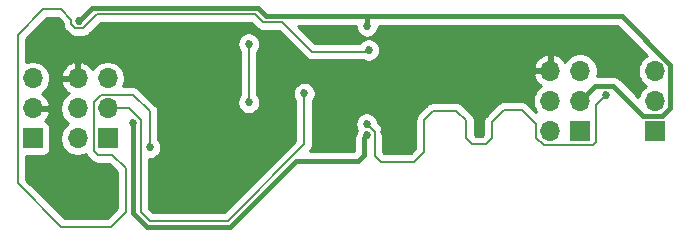
<source format=gbr>
G04 #@! TF.GenerationSoftware,KiCad,Pcbnew,(5.1.5)-3*
G04 #@! TF.CreationDate,2020-10-19T00:58:10-04:00*
G04 #@! TF.ProjectId,Updifier,55706469-6669-4657-922e-6b696361645f,rev?*
G04 #@! TF.SameCoordinates,Original*
G04 #@! TF.FileFunction,Copper,L2,Bot*
G04 #@! TF.FilePolarity,Positive*
%FSLAX46Y46*%
G04 Gerber Fmt 4.6, Leading zero omitted, Abs format (unit mm)*
G04 Created by KiCad (PCBNEW (5.1.5)-3) date 2020-10-19 00:58:10*
%MOMM*%
%LPD*%
G04 APERTURE LIST*
%ADD10R,1.700000X1.700000*%
%ADD11O,1.700000X1.700000*%
%ADD12C,0.685800*%
%ADD13C,0.406400*%
%ADD14C,0.203200*%
%ADD15C,0.254000*%
G04 APERTURE END LIST*
D10*
X26035000Y-34290000D03*
D11*
X26035000Y-31750000D03*
X26035000Y-29210000D03*
D10*
X78740000Y-33655000D03*
D11*
X78740000Y-31115000D03*
X78740000Y-28575000D03*
X69850000Y-28575000D03*
X72390000Y-28575000D03*
X69850000Y-31115000D03*
X72390000Y-31115000D03*
X69850000Y-33655000D03*
D10*
X72390000Y-33655000D03*
X32385000Y-34290000D03*
D11*
X29845000Y-34290000D03*
X32385000Y-31750000D03*
X29845000Y-31750000D03*
X32385000Y-29210000D03*
X29845000Y-29210000D03*
D12*
X63627000Y-28575000D03*
X54722214Y-31637786D03*
X55753000Y-33782000D03*
X46228000Y-31372000D03*
X51689000Y-34798000D03*
X40259000Y-35052000D03*
X38862000Y-31369000D03*
X40640000Y-27305000D03*
X34544000Y-33020000D03*
X54356000Y-34036000D03*
X29972000Y-24311099D03*
X54356000Y-24765000D03*
X54483000Y-26797000D03*
X35941000Y-35052000D03*
X44323000Y-31242000D03*
X44323000Y-26289000D03*
X54314226Y-33061774D03*
X74549000Y-30607000D03*
X49022000Y-30480000D03*
D13*
X35687000Y-41783000D02*
X34544000Y-40640000D01*
X42755434Y-41783000D02*
X35687000Y-41783000D01*
X54356000Y-34036000D02*
X54102000Y-34290000D01*
X54102000Y-34290000D02*
X54102000Y-35687000D01*
X54102000Y-35687000D02*
X53594000Y-36195000D01*
X53594000Y-36195000D02*
X48343434Y-36195000D01*
X34544000Y-40640000D02*
X34544000Y-33020000D01*
X48343434Y-36195000D02*
X42755434Y-41783000D01*
X45085000Y-23241000D02*
X45770410Y-23926410D01*
X29972000Y-24311099D02*
X31042099Y-23241000D01*
X31042099Y-23241000D02*
X45085000Y-23241000D01*
X54356000Y-24280067D02*
X54356000Y-23926410D01*
X54356000Y-24765000D02*
X54356000Y-24280067D01*
X45770410Y-23926410D02*
X54356000Y-23926410D01*
X73647301Y-29857699D02*
X72390000Y-31115000D01*
X77710401Y-32371401D02*
X75196699Y-29857699D01*
X79343073Y-32371401D02*
X77710401Y-32371401D01*
X75562004Y-23926410D02*
X75591813Y-23956219D01*
X75591813Y-23956219D02*
X75899219Y-23956219D01*
X80010000Y-31704474D02*
X79343073Y-32371401D01*
X54356000Y-23926410D02*
X75562004Y-23926410D01*
X75899219Y-23956219D02*
X80010000Y-28067000D01*
X75196699Y-29857699D02*
X73647301Y-29857699D01*
X80010000Y-28067000D02*
X80010000Y-31704474D01*
D14*
X54483000Y-26797000D02*
X54610000Y-26797000D01*
X31492687Y-23749010D02*
X30282897Y-24958800D01*
X54343299Y-26936701D02*
X49669701Y-26936701D01*
X54483000Y-26797000D02*
X54343299Y-26936701D01*
X45516420Y-24434420D02*
X44831010Y-23749010D01*
X49669701Y-26936701D02*
X47167420Y-24434420D01*
X44831010Y-23749010D02*
X31492687Y-23749010D01*
X47167420Y-24434420D02*
X45516420Y-24434420D01*
X24765000Y-25527000D02*
X26924000Y-23368000D01*
X24765000Y-38100000D02*
X24765000Y-25527000D01*
X32639000Y-41783000D02*
X28448000Y-41783000D01*
X35941000Y-32004000D02*
X34532199Y-30595199D01*
X33909000Y-40513000D02*
X32639000Y-41783000D01*
X35941000Y-35052000D02*
X35941000Y-32004000D01*
X34532199Y-30595199D02*
X31830695Y-30595199D01*
X28448000Y-41783000D02*
X24765000Y-38100000D01*
X31230199Y-31195695D02*
X31230199Y-35383841D01*
X33909000Y-36830000D02*
X33909000Y-40513000D01*
X28448000Y-23368000D02*
X26924000Y-23368000D01*
X31830695Y-30595199D02*
X31230199Y-31195695D01*
X31230199Y-35383841D02*
X31533358Y-35687000D01*
X31533358Y-35687000D02*
X32766000Y-35687000D01*
X32766000Y-35687000D02*
X33909000Y-36830000D01*
X30282897Y-24958800D02*
X29657800Y-24958800D01*
X29324299Y-24244299D02*
X28448000Y-23368000D01*
X29324299Y-24625299D02*
X29324299Y-24244299D01*
X29657800Y-24958800D02*
X29324299Y-24625299D01*
X44323000Y-31242000D02*
X44323000Y-26289000D01*
X73961305Y-31194695D02*
X74549000Y-30607000D01*
X73723500Y-31432500D02*
X73961305Y-31194695D01*
X62738000Y-32766000D02*
X62738000Y-34290000D01*
X61912500Y-31940500D02*
X62738000Y-32766000D01*
X59944000Y-31940500D02*
X61912500Y-31940500D01*
X62738000Y-34290000D02*
X63246000Y-34798000D01*
X59182000Y-32702500D02*
X59944000Y-31940500D01*
X59182000Y-35433000D02*
X59182000Y-32702500D01*
X55003701Y-33725103D02*
X55003701Y-35763201D01*
X54340372Y-33061774D02*
X55003701Y-33725103D01*
X54314226Y-33061774D02*
X54340372Y-33061774D01*
X58356500Y-36258500D02*
X59182000Y-35433000D01*
X68695199Y-33100695D02*
X68695199Y-34209305D01*
X55003701Y-35763201D02*
X55499000Y-36258500D01*
X64389000Y-34798000D02*
X64897000Y-34290000D01*
X55499000Y-36258500D02*
X58356500Y-36258500D01*
X73723500Y-34607500D02*
X73723500Y-31432500D01*
X63246000Y-34798000D02*
X64389000Y-34798000D01*
X68695199Y-34209305D02*
X69295695Y-34809801D01*
X64897000Y-34290000D02*
X64897000Y-32893000D01*
X64897000Y-32893000D02*
X65913000Y-31877000D01*
X65913000Y-31877000D02*
X67471504Y-31877000D01*
X67471504Y-31877000D02*
X68695199Y-33100695D01*
X69295695Y-34809801D02*
X73521199Y-34809801D01*
X73521199Y-34809801D02*
X73723500Y-34607500D01*
X33587081Y-31750000D02*
X32385000Y-31750000D01*
X34232598Y-31750000D02*
X33587081Y-31750000D01*
X35191701Y-40525701D02*
X35191701Y-32709103D01*
X35191701Y-32709103D02*
X34232598Y-31750000D01*
X35940990Y-41274990D02*
X35191701Y-40525701D01*
X49022000Y-30480000D02*
X49022000Y-34798000D01*
X42545010Y-41274990D02*
X35940990Y-41274990D01*
X49022000Y-34798000D02*
X42545010Y-41274990D01*
D15*
G36*
X28587699Y-24549409D02*
G01*
X28587699Y-24589116D01*
X28584135Y-24625299D01*
X28587699Y-24661482D01*
X28587699Y-24661484D01*
X28598357Y-24769697D01*
X28640477Y-24908547D01*
X28679130Y-24980862D01*
X28708875Y-25036511D01*
X28766483Y-25106706D01*
X28800924Y-25148673D01*
X28829031Y-25171740D01*
X29111354Y-25454063D01*
X29134425Y-25482175D01*
X29246587Y-25574224D01*
X29374551Y-25642622D01*
X29500934Y-25680960D01*
X29513401Y-25684742D01*
X29657800Y-25698964D01*
X29693986Y-25695400D01*
X30246714Y-25695400D01*
X30282897Y-25698964D01*
X30319080Y-25695400D01*
X30319083Y-25695400D01*
X30427296Y-25684742D01*
X30566146Y-25642622D01*
X30694110Y-25574224D01*
X30806272Y-25482175D01*
X30829343Y-25454063D01*
X31797796Y-24485610D01*
X44525901Y-24485610D01*
X44969977Y-24929687D01*
X44993045Y-24957795D01*
X45021151Y-24980861D01*
X45021152Y-24980862D01*
X45048889Y-25003625D01*
X45105207Y-25049844D01*
X45233171Y-25118242D01*
X45372021Y-25160362D01*
X45480234Y-25171020D01*
X45480243Y-25171020D01*
X45516419Y-25174583D01*
X45552595Y-25171020D01*
X46862311Y-25171020D01*
X49123260Y-27431970D01*
X49146326Y-27460076D01*
X49258488Y-27552125D01*
X49386452Y-27620523D01*
X49525299Y-27662642D01*
X49525302Y-27662643D01*
X49669701Y-27676865D01*
X49705887Y-27673301D01*
X54043201Y-27673301D01*
X54197757Y-27737320D01*
X54386685Y-27774900D01*
X54579315Y-27774900D01*
X54768243Y-27737320D01*
X54946210Y-27663604D01*
X55106375Y-27556585D01*
X55242585Y-27420375D01*
X55349604Y-27260210D01*
X55423320Y-27082243D01*
X55460900Y-26893315D01*
X55460900Y-26700685D01*
X55423320Y-26511757D01*
X55349604Y-26333790D01*
X55242585Y-26173625D01*
X55106375Y-26037415D01*
X54946210Y-25930396D01*
X54768243Y-25856680D01*
X54579315Y-25819100D01*
X54386685Y-25819100D01*
X54197757Y-25856680D01*
X54019790Y-25930396D01*
X53859625Y-26037415D01*
X53723415Y-26173625D01*
X53705724Y-26200101D01*
X49974811Y-26200101D01*
X48539319Y-24764610D01*
X53378100Y-24764610D01*
X53378100Y-24861315D01*
X53415680Y-25050243D01*
X53489396Y-25228210D01*
X53596415Y-25388375D01*
X53732625Y-25524585D01*
X53892790Y-25631604D01*
X54070757Y-25705320D01*
X54259685Y-25742900D01*
X54452315Y-25742900D01*
X54641243Y-25705320D01*
X54819210Y-25631604D01*
X54979375Y-25524585D01*
X55115585Y-25388375D01*
X55222604Y-25228210D01*
X55296320Y-25050243D01*
X55333900Y-24861315D01*
X55333900Y-24764610D01*
X75369214Y-24764610D01*
X75427497Y-24782290D01*
X75550643Y-24794419D01*
X75550652Y-24794419D01*
X75552176Y-24794569D01*
X78024616Y-27267010D01*
X77793368Y-27421525D01*
X77586525Y-27628368D01*
X77424010Y-27871589D01*
X77312068Y-28141842D01*
X77255000Y-28428740D01*
X77255000Y-28721260D01*
X77312068Y-29008158D01*
X77424010Y-29278411D01*
X77586525Y-29521632D01*
X77793368Y-29728475D01*
X77975534Y-29850195D01*
X77858645Y-29919822D01*
X77642412Y-30114731D01*
X77468359Y-30348080D01*
X77343175Y-30610901D01*
X77298524Y-30758110D01*
X77316426Y-30792032D01*
X75818510Y-29294117D01*
X75792263Y-29262135D01*
X75664631Y-29157390D01*
X75519016Y-29079557D01*
X75361015Y-29031628D01*
X75237869Y-29019499D01*
X75237862Y-29019499D01*
X75196699Y-29015445D01*
X75155536Y-29019499D01*
X73813234Y-29019499D01*
X73817932Y-29008158D01*
X73875000Y-28721260D01*
X73875000Y-28428740D01*
X73817932Y-28141842D01*
X73705990Y-27871589D01*
X73543475Y-27628368D01*
X73336632Y-27421525D01*
X73093411Y-27259010D01*
X72823158Y-27147068D01*
X72536260Y-27090000D01*
X72243740Y-27090000D01*
X71956842Y-27147068D01*
X71686589Y-27259010D01*
X71443368Y-27421525D01*
X71236525Y-27628368D01*
X71118900Y-27804406D01*
X70947588Y-27574731D01*
X70731355Y-27379822D01*
X70481252Y-27230843D01*
X70206891Y-27133519D01*
X69977000Y-27254186D01*
X69977000Y-28448000D01*
X69997000Y-28448000D01*
X69997000Y-28702000D01*
X69977000Y-28702000D01*
X69977000Y-28722000D01*
X69723000Y-28722000D01*
X69723000Y-28702000D01*
X68529845Y-28702000D01*
X68408524Y-28931890D01*
X68453175Y-29079099D01*
X68578359Y-29341920D01*
X68752412Y-29575269D01*
X68968645Y-29770178D01*
X69085534Y-29839805D01*
X68903368Y-29961525D01*
X68696525Y-30168368D01*
X68534010Y-30411589D01*
X68422068Y-30681842D01*
X68365000Y-30968740D01*
X68365000Y-31261260D01*
X68422068Y-31548158D01*
X68534010Y-31818411D01*
X68693866Y-32057652D01*
X68017949Y-31381736D01*
X67994879Y-31353625D01*
X67882717Y-31261576D01*
X67754753Y-31193178D01*
X67615903Y-31151058D01*
X67507690Y-31140400D01*
X67507687Y-31140400D01*
X67471504Y-31136836D01*
X67435321Y-31140400D01*
X65949183Y-31140400D01*
X65913000Y-31136836D01*
X65876816Y-31140400D01*
X65876814Y-31140400D01*
X65768601Y-31151058D01*
X65629751Y-31193178D01*
X65501787Y-31261576D01*
X65389625Y-31353625D01*
X65366559Y-31381731D01*
X64401732Y-32346559D01*
X64373626Y-32369625D01*
X64350560Y-32397731D01*
X64350558Y-32397733D01*
X64281576Y-32481788D01*
X64234771Y-32569355D01*
X64216819Y-32602942D01*
X64213178Y-32609753D01*
X64197177Y-32662503D01*
X64171059Y-32748601D01*
X64170709Y-32752152D01*
X64156836Y-32893000D01*
X64160401Y-32929193D01*
X64160400Y-33984891D01*
X64083891Y-34061400D01*
X63551109Y-34061400D01*
X63474600Y-33984891D01*
X63474600Y-32802172D01*
X63478163Y-32765999D01*
X63474600Y-32729823D01*
X63474600Y-32729814D01*
X63463942Y-32621601D01*
X63421822Y-32482751D01*
X63353424Y-32354787D01*
X63337868Y-32335832D01*
X63284442Y-32270732D01*
X63284437Y-32270727D01*
X63261374Y-32242625D01*
X63233273Y-32219563D01*
X62458945Y-31445236D01*
X62435875Y-31417125D01*
X62323713Y-31325076D01*
X62195749Y-31256678D01*
X62056899Y-31214558D01*
X61948686Y-31203900D01*
X61948683Y-31203900D01*
X61912500Y-31200336D01*
X61876317Y-31203900D01*
X59980186Y-31203900D01*
X59944000Y-31200336D01*
X59907814Y-31203900D01*
X59799601Y-31214558D01*
X59660751Y-31256678D01*
X59532787Y-31325076D01*
X59420625Y-31417125D01*
X59397559Y-31445231D01*
X58686732Y-32156059D01*
X58658626Y-32179125D01*
X58635560Y-32207231D01*
X58635558Y-32207233D01*
X58566576Y-32291288D01*
X58498178Y-32419253D01*
X58484642Y-32463875D01*
X58456551Y-32556481D01*
X58456059Y-32558102D01*
X58441836Y-32702500D01*
X58445401Y-32738693D01*
X58445400Y-35127890D01*
X58051391Y-35521900D01*
X55804110Y-35521900D01*
X55740301Y-35458092D01*
X55740301Y-33761289D01*
X55743865Y-33725103D01*
X55729643Y-33580704D01*
X55722465Y-33557041D01*
X55687523Y-33441854D01*
X55619125Y-33313890D01*
X55599005Y-33289374D01*
X55550143Y-33229835D01*
X55550138Y-33229830D01*
X55527075Y-33201728D01*
X55498974Y-33178666D01*
X55292126Y-32971818D01*
X55292126Y-32965459D01*
X55254546Y-32776531D01*
X55180830Y-32598564D01*
X55073811Y-32438399D01*
X54937601Y-32302189D01*
X54777436Y-32195170D01*
X54599469Y-32121454D01*
X54410541Y-32083874D01*
X54217911Y-32083874D01*
X54028983Y-32121454D01*
X53851016Y-32195170D01*
X53690851Y-32302189D01*
X53554641Y-32438399D01*
X53447622Y-32598564D01*
X53373906Y-32776531D01*
X53336326Y-32965459D01*
X53336326Y-33158089D01*
X53373906Y-33347017D01*
X53447622Y-33524984D01*
X53485634Y-33581873D01*
X53415680Y-33750757D01*
X53401379Y-33822652D01*
X53323858Y-33967684D01*
X53275929Y-34125685D01*
X53263800Y-34248831D01*
X53263800Y-34248837D01*
X53259746Y-34290000D01*
X53263800Y-34331163D01*
X53263801Y-35339806D01*
X53246807Y-35356800D01*
X49504910Y-35356800D01*
X49517269Y-35344441D01*
X49545375Y-35321375D01*
X49637424Y-35209213D01*
X49705822Y-35081249D01*
X49747942Y-34942399D01*
X49758600Y-34834186D01*
X49758600Y-34834177D01*
X49762163Y-34798001D01*
X49758600Y-34761825D01*
X49758600Y-31126360D01*
X49781585Y-31103375D01*
X49888604Y-30943210D01*
X49962320Y-30765243D01*
X49999900Y-30576315D01*
X49999900Y-30383685D01*
X49962320Y-30194757D01*
X49888604Y-30016790D01*
X49781585Y-29856625D01*
X49645375Y-29720415D01*
X49485210Y-29613396D01*
X49307243Y-29539680D01*
X49118315Y-29502100D01*
X48925685Y-29502100D01*
X48736757Y-29539680D01*
X48558790Y-29613396D01*
X48398625Y-29720415D01*
X48262415Y-29856625D01*
X48155396Y-30016790D01*
X48081680Y-30194757D01*
X48044100Y-30383685D01*
X48044100Y-30576315D01*
X48081680Y-30765243D01*
X48155396Y-30943210D01*
X48262415Y-31103375D01*
X48285400Y-31126360D01*
X48285401Y-34492889D01*
X42239901Y-40538390D01*
X36246100Y-40538390D01*
X35928301Y-40220592D01*
X35928301Y-36029900D01*
X36037315Y-36029900D01*
X36226243Y-35992320D01*
X36404210Y-35918604D01*
X36564375Y-35811585D01*
X36700585Y-35675375D01*
X36807604Y-35515210D01*
X36881320Y-35337243D01*
X36918900Y-35148315D01*
X36918900Y-34955685D01*
X36881320Y-34766757D01*
X36807604Y-34588790D01*
X36700585Y-34428625D01*
X36677600Y-34405640D01*
X36677600Y-32040175D01*
X36681163Y-32003999D01*
X36677600Y-31967823D01*
X36677600Y-31967814D01*
X36666942Y-31859601D01*
X36624822Y-31720751D01*
X36556424Y-31592787D01*
X36464375Y-31480625D01*
X36436263Y-31457554D01*
X35078645Y-30099936D01*
X35055574Y-30071824D01*
X34943412Y-29979775D01*
X34815448Y-29911377D01*
X34676598Y-29869257D01*
X34568385Y-29858599D01*
X34568382Y-29858599D01*
X34532199Y-29855035D01*
X34496016Y-29858599D01*
X33723694Y-29858599D01*
X33812932Y-29643158D01*
X33870000Y-29356260D01*
X33870000Y-29063740D01*
X33812932Y-28776842D01*
X33700990Y-28506589D01*
X33538475Y-28263368D01*
X33331632Y-28056525D01*
X33088411Y-27894010D01*
X32818158Y-27782068D01*
X32531260Y-27725000D01*
X32238740Y-27725000D01*
X31951842Y-27782068D01*
X31681589Y-27894010D01*
X31438368Y-28056525D01*
X31231525Y-28263368D01*
X31113900Y-28439406D01*
X30942588Y-28209731D01*
X30726355Y-28014822D01*
X30476252Y-27865843D01*
X30201891Y-27768519D01*
X29972000Y-27889186D01*
X29972000Y-29083000D01*
X29992000Y-29083000D01*
X29992000Y-29337000D01*
X29972000Y-29337000D01*
X29972000Y-29357000D01*
X29718000Y-29357000D01*
X29718000Y-29337000D01*
X28524845Y-29337000D01*
X28403524Y-29566890D01*
X28448175Y-29714099D01*
X28573359Y-29976920D01*
X28747412Y-30210269D01*
X28963645Y-30405178D01*
X29080534Y-30474805D01*
X28898368Y-30596525D01*
X28691525Y-30803368D01*
X28529010Y-31046589D01*
X28417068Y-31316842D01*
X28360000Y-31603740D01*
X28360000Y-31896260D01*
X28417068Y-32183158D01*
X28529010Y-32453411D01*
X28691525Y-32696632D01*
X28898368Y-32903475D01*
X29072760Y-33020000D01*
X28898368Y-33136525D01*
X28691525Y-33343368D01*
X28529010Y-33586589D01*
X28417068Y-33856842D01*
X28360000Y-34143740D01*
X28360000Y-34436260D01*
X28417068Y-34723158D01*
X28529010Y-34993411D01*
X28691525Y-35236632D01*
X28898368Y-35443475D01*
X29141589Y-35605990D01*
X29411842Y-35717932D01*
X29698740Y-35775000D01*
X29991260Y-35775000D01*
X30278158Y-35717932D01*
X30530139Y-35613558D01*
X30544750Y-35661722D01*
X30546378Y-35667090D01*
X30550806Y-35675375D01*
X30614775Y-35795053D01*
X30665812Y-35857241D01*
X30706825Y-35907216D01*
X30734931Y-35930282D01*
X30986912Y-36182263D01*
X31009983Y-36210375D01*
X31122145Y-36302424D01*
X31250109Y-36370822D01*
X31327657Y-36394346D01*
X31388959Y-36412942D01*
X31533358Y-36427164D01*
X31569544Y-36423600D01*
X32460891Y-36423600D01*
X33172400Y-37135110D01*
X33172401Y-40207889D01*
X32333891Y-41046400D01*
X28753110Y-41046400D01*
X25501600Y-37794891D01*
X25501600Y-35778072D01*
X26885000Y-35778072D01*
X27009482Y-35765812D01*
X27129180Y-35729502D01*
X27239494Y-35670537D01*
X27336185Y-35591185D01*
X27415537Y-35494494D01*
X27474502Y-35384180D01*
X27510812Y-35264482D01*
X27523072Y-35140000D01*
X27523072Y-33440000D01*
X27510812Y-33315518D01*
X27474502Y-33195820D01*
X27415537Y-33085506D01*
X27336185Y-32988815D01*
X27239494Y-32909463D01*
X27129180Y-32850498D01*
X27048534Y-32826034D01*
X27132588Y-32750269D01*
X27306641Y-32516920D01*
X27431825Y-32254099D01*
X27476476Y-32106890D01*
X27355155Y-31877000D01*
X26162000Y-31877000D01*
X26162000Y-31897000D01*
X25908000Y-31897000D01*
X25908000Y-31877000D01*
X25888000Y-31877000D01*
X25888000Y-31623000D01*
X25908000Y-31623000D01*
X25908000Y-31603000D01*
X26162000Y-31603000D01*
X26162000Y-31623000D01*
X27355155Y-31623000D01*
X27476476Y-31393110D01*
X27431825Y-31245901D01*
X27306641Y-30983080D01*
X27132588Y-30749731D01*
X26916355Y-30554822D01*
X26799466Y-30485195D01*
X26981632Y-30363475D01*
X27188475Y-30156632D01*
X27350990Y-29913411D01*
X27462932Y-29643158D01*
X27520000Y-29356260D01*
X27520000Y-29063740D01*
X27478103Y-28853110D01*
X28403524Y-28853110D01*
X28524845Y-29083000D01*
X29718000Y-29083000D01*
X29718000Y-27889186D01*
X29488109Y-27768519D01*
X29213748Y-27865843D01*
X28963645Y-28014822D01*
X28747412Y-28209731D01*
X28573359Y-28443080D01*
X28448175Y-28705901D01*
X28403524Y-28853110D01*
X27478103Y-28853110D01*
X27462932Y-28776842D01*
X27350990Y-28506589D01*
X27188475Y-28263368D01*
X26981632Y-28056525D01*
X26738411Y-27894010D01*
X26468158Y-27782068D01*
X26181260Y-27725000D01*
X25888740Y-27725000D01*
X25601842Y-27782068D01*
X25501600Y-27823589D01*
X25501600Y-26192685D01*
X43345100Y-26192685D01*
X43345100Y-26385315D01*
X43382680Y-26574243D01*
X43456396Y-26752210D01*
X43563415Y-26912375D01*
X43586401Y-26935361D01*
X43586400Y-30595640D01*
X43563415Y-30618625D01*
X43456396Y-30778790D01*
X43382680Y-30956757D01*
X43345100Y-31145685D01*
X43345100Y-31338315D01*
X43382680Y-31527243D01*
X43456396Y-31705210D01*
X43563415Y-31865375D01*
X43699625Y-32001585D01*
X43859790Y-32108604D01*
X44037757Y-32182320D01*
X44226685Y-32219900D01*
X44419315Y-32219900D01*
X44608243Y-32182320D01*
X44786210Y-32108604D01*
X44946375Y-32001585D01*
X45082585Y-31865375D01*
X45189604Y-31705210D01*
X45263320Y-31527243D01*
X45300900Y-31338315D01*
X45300900Y-31145685D01*
X45263320Y-30956757D01*
X45189604Y-30778790D01*
X45082585Y-30618625D01*
X45059600Y-30595640D01*
X45059600Y-28218110D01*
X68408524Y-28218110D01*
X68529845Y-28448000D01*
X69723000Y-28448000D01*
X69723000Y-27254186D01*
X69493109Y-27133519D01*
X69218748Y-27230843D01*
X68968645Y-27379822D01*
X68752412Y-27574731D01*
X68578359Y-27808080D01*
X68453175Y-28070901D01*
X68408524Y-28218110D01*
X45059600Y-28218110D01*
X45059600Y-26935360D01*
X45082585Y-26912375D01*
X45189604Y-26752210D01*
X45263320Y-26574243D01*
X45300900Y-26385315D01*
X45300900Y-26192685D01*
X45263320Y-26003757D01*
X45189604Y-25825790D01*
X45082585Y-25665625D01*
X44946375Y-25529415D01*
X44786210Y-25422396D01*
X44608243Y-25348680D01*
X44419315Y-25311100D01*
X44226685Y-25311100D01*
X44037757Y-25348680D01*
X43859790Y-25422396D01*
X43699625Y-25529415D01*
X43563415Y-25665625D01*
X43456396Y-25825790D01*
X43382680Y-26003757D01*
X43345100Y-26192685D01*
X25501600Y-26192685D01*
X25501600Y-25832109D01*
X27229110Y-24104600D01*
X28142891Y-24104600D01*
X28587699Y-24549409D01*
G37*
X28587699Y-24549409D02*
X28587699Y-24589116D01*
X28584135Y-24625299D01*
X28587699Y-24661482D01*
X28587699Y-24661484D01*
X28598357Y-24769697D01*
X28640477Y-24908547D01*
X28679130Y-24980862D01*
X28708875Y-25036511D01*
X28766483Y-25106706D01*
X28800924Y-25148673D01*
X28829031Y-25171740D01*
X29111354Y-25454063D01*
X29134425Y-25482175D01*
X29246587Y-25574224D01*
X29374551Y-25642622D01*
X29500934Y-25680960D01*
X29513401Y-25684742D01*
X29657800Y-25698964D01*
X29693986Y-25695400D01*
X30246714Y-25695400D01*
X30282897Y-25698964D01*
X30319080Y-25695400D01*
X30319083Y-25695400D01*
X30427296Y-25684742D01*
X30566146Y-25642622D01*
X30694110Y-25574224D01*
X30806272Y-25482175D01*
X30829343Y-25454063D01*
X31797796Y-24485610D01*
X44525901Y-24485610D01*
X44969977Y-24929687D01*
X44993045Y-24957795D01*
X45021151Y-24980861D01*
X45021152Y-24980862D01*
X45048889Y-25003625D01*
X45105207Y-25049844D01*
X45233171Y-25118242D01*
X45372021Y-25160362D01*
X45480234Y-25171020D01*
X45480243Y-25171020D01*
X45516419Y-25174583D01*
X45552595Y-25171020D01*
X46862311Y-25171020D01*
X49123260Y-27431970D01*
X49146326Y-27460076D01*
X49258488Y-27552125D01*
X49386452Y-27620523D01*
X49525299Y-27662642D01*
X49525302Y-27662643D01*
X49669701Y-27676865D01*
X49705887Y-27673301D01*
X54043201Y-27673301D01*
X54197757Y-27737320D01*
X54386685Y-27774900D01*
X54579315Y-27774900D01*
X54768243Y-27737320D01*
X54946210Y-27663604D01*
X55106375Y-27556585D01*
X55242585Y-27420375D01*
X55349604Y-27260210D01*
X55423320Y-27082243D01*
X55460900Y-26893315D01*
X55460900Y-26700685D01*
X55423320Y-26511757D01*
X55349604Y-26333790D01*
X55242585Y-26173625D01*
X55106375Y-26037415D01*
X54946210Y-25930396D01*
X54768243Y-25856680D01*
X54579315Y-25819100D01*
X54386685Y-25819100D01*
X54197757Y-25856680D01*
X54019790Y-25930396D01*
X53859625Y-26037415D01*
X53723415Y-26173625D01*
X53705724Y-26200101D01*
X49974811Y-26200101D01*
X48539319Y-24764610D01*
X53378100Y-24764610D01*
X53378100Y-24861315D01*
X53415680Y-25050243D01*
X53489396Y-25228210D01*
X53596415Y-25388375D01*
X53732625Y-25524585D01*
X53892790Y-25631604D01*
X54070757Y-25705320D01*
X54259685Y-25742900D01*
X54452315Y-25742900D01*
X54641243Y-25705320D01*
X54819210Y-25631604D01*
X54979375Y-25524585D01*
X55115585Y-25388375D01*
X55222604Y-25228210D01*
X55296320Y-25050243D01*
X55333900Y-24861315D01*
X55333900Y-24764610D01*
X75369214Y-24764610D01*
X75427497Y-24782290D01*
X75550643Y-24794419D01*
X75550652Y-24794419D01*
X75552176Y-24794569D01*
X78024616Y-27267010D01*
X77793368Y-27421525D01*
X77586525Y-27628368D01*
X77424010Y-27871589D01*
X77312068Y-28141842D01*
X77255000Y-28428740D01*
X77255000Y-28721260D01*
X77312068Y-29008158D01*
X77424010Y-29278411D01*
X77586525Y-29521632D01*
X77793368Y-29728475D01*
X77975534Y-29850195D01*
X77858645Y-29919822D01*
X77642412Y-30114731D01*
X77468359Y-30348080D01*
X77343175Y-30610901D01*
X77298524Y-30758110D01*
X77316426Y-30792032D01*
X75818510Y-29294117D01*
X75792263Y-29262135D01*
X75664631Y-29157390D01*
X75519016Y-29079557D01*
X75361015Y-29031628D01*
X75237869Y-29019499D01*
X75237862Y-29019499D01*
X75196699Y-29015445D01*
X75155536Y-29019499D01*
X73813234Y-29019499D01*
X73817932Y-29008158D01*
X73875000Y-28721260D01*
X73875000Y-28428740D01*
X73817932Y-28141842D01*
X73705990Y-27871589D01*
X73543475Y-27628368D01*
X73336632Y-27421525D01*
X73093411Y-27259010D01*
X72823158Y-27147068D01*
X72536260Y-27090000D01*
X72243740Y-27090000D01*
X71956842Y-27147068D01*
X71686589Y-27259010D01*
X71443368Y-27421525D01*
X71236525Y-27628368D01*
X71118900Y-27804406D01*
X70947588Y-27574731D01*
X70731355Y-27379822D01*
X70481252Y-27230843D01*
X70206891Y-27133519D01*
X69977000Y-27254186D01*
X69977000Y-28448000D01*
X69997000Y-28448000D01*
X69997000Y-28702000D01*
X69977000Y-28702000D01*
X69977000Y-28722000D01*
X69723000Y-28722000D01*
X69723000Y-28702000D01*
X68529845Y-28702000D01*
X68408524Y-28931890D01*
X68453175Y-29079099D01*
X68578359Y-29341920D01*
X68752412Y-29575269D01*
X68968645Y-29770178D01*
X69085534Y-29839805D01*
X68903368Y-29961525D01*
X68696525Y-30168368D01*
X68534010Y-30411589D01*
X68422068Y-30681842D01*
X68365000Y-30968740D01*
X68365000Y-31261260D01*
X68422068Y-31548158D01*
X68534010Y-31818411D01*
X68693866Y-32057652D01*
X68017949Y-31381736D01*
X67994879Y-31353625D01*
X67882717Y-31261576D01*
X67754753Y-31193178D01*
X67615903Y-31151058D01*
X67507690Y-31140400D01*
X67507687Y-31140400D01*
X67471504Y-31136836D01*
X67435321Y-31140400D01*
X65949183Y-31140400D01*
X65913000Y-31136836D01*
X65876816Y-31140400D01*
X65876814Y-31140400D01*
X65768601Y-31151058D01*
X65629751Y-31193178D01*
X65501787Y-31261576D01*
X65389625Y-31353625D01*
X65366559Y-31381731D01*
X64401732Y-32346559D01*
X64373626Y-32369625D01*
X64350560Y-32397731D01*
X64350558Y-32397733D01*
X64281576Y-32481788D01*
X64234771Y-32569355D01*
X64216819Y-32602942D01*
X64213178Y-32609753D01*
X64197177Y-32662503D01*
X64171059Y-32748601D01*
X64170709Y-32752152D01*
X64156836Y-32893000D01*
X64160401Y-32929193D01*
X64160400Y-33984891D01*
X64083891Y-34061400D01*
X63551109Y-34061400D01*
X63474600Y-33984891D01*
X63474600Y-32802172D01*
X63478163Y-32765999D01*
X63474600Y-32729823D01*
X63474600Y-32729814D01*
X63463942Y-32621601D01*
X63421822Y-32482751D01*
X63353424Y-32354787D01*
X63337868Y-32335832D01*
X63284442Y-32270732D01*
X63284437Y-32270727D01*
X63261374Y-32242625D01*
X63233273Y-32219563D01*
X62458945Y-31445236D01*
X62435875Y-31417125D01*
X62323713Y-31325076D01*
X62195749Y-31256678D01*
X62056899Y-31214558D01*
X61948686Y-31203900D01*
X61948683Y-31203900D01*
X61912500Y-31200336D01*
X61876317Y-31203900D01*
X59980186Y-31203900D01*
X59944000Y-31200336D01*
X59907814Y-31203900D01*
X59799601Y-31214558D01*
X59660751Y-31256678D01*
X59532787Y-31325076D01*
X59420625Y-31417125D01*
X59397559Y-31445231D01*
X58686732Y-32156059D01*
X58658626Y-32179125D01*
X58635560Y-32207231D01*
X58635558Y-32207233D01*
X58566576Y-32291288D01*
X58498178Y-32419253D01*
X58484642Y-32463875D01*
X58456551Y-32556481D01*
X58456059Y-32558102D01*
X58441836Y-32702500D01*
X58445401Y-32738693D01*
X58445400Y-35127890D01*
X58051391Y-35521900D01*
X55804110Y-35521900D01*
X55740301Y-35458092D01*
X55740301Y-33761289D01*
X55743865Y-33725103D01*
X55729643Y-33580704D01*
X55722465Y-33557041D01*
X55687523Y-33441854D01*
X55619125Y-33313890D01*
X55599005Y-33289374D01*
X55550143Y-33229835D01*
X55550138Y-33229830D01*
X55527075Y-33201728D01*
X55498974Y-33178666D01*
X55292126Y-32971818D01*
X55292126Y-32965459D01*
X55254546Y-32776531D01*
X55180830Y-32598564D01*
X55073811Y-32438399D01*
X54937601Y-32302189D01*
X54777436Y-32195170D01*
X54599469Y-32121454D01*
X54410541Y-32083874D01*
X54217911Y-32083874D01*
X54028983Y-32121454D01*
X53851016Y-32195170D01*
X53690851Y-32302189D01*
X53554641Y-32438399D01*
X53447622Y-32598564D01*
X53373906Y-32776531D01*
X53336326Y-32965459D01*
X53336326Y-33158089D01*
X53373906Y-33347017D01*
X53447622Y-33524984D01*
X53485634Y-33581873D01*
X53415680Y-33750757D01*
X53401379Y-33822652D01*
X53323858Y-33967684D01*
X53275929Y-34125685D01*
X53263800Y-34248831D01*
X53263800Y-34248837D01*
X53259746Y-34290000D01*
X53263800Y-34331163D01*
X53263801Y-35339806D01*
X53246807Y-35356800D01*
X49504910Y-35356800D01*
X49517269Y-35344441D01*
X49545375Y-35321375D01*
X49637424Y-35209213D01*
X49705822Y-35081249D01*
X49747942Y-34942399D01*
X49758600Y-34834186D01*
X49758600Y-34834177D01*
X49762163Y-34798001D01*
X49758600Y-34761825D01*
X49758600Y-31126360D01*
X49781585Y-31103375D01*
X49888604Y-30943210D01*
X49962320Y-30765243D01*
X49999900Y-30576315D01*
X49999900Y-30383685D01*
X49962320Y-30194757D01*
X49888604Y-30016790D01*
X49781585Y-29856625D01*
X49645375Y-29720415D01*
X49485210Y-29613396D01*
X49307243Y-29539680D01*
X49118315Y-29502100D01*
X48925685Y-29502100D01*
X48736757Y-29539680D01*
X48558790Y-29613396D01*
X48398625Y-29720415D01*
X48262415Y-29856625D01*
X48155396Y-30016790D01*
X48081680Y-30194757D01*
X48044100Y-30383685D01*
X48044100Y-30576315D01*
X48081680Y-30765243D01*
X48155396Y-30943210D01*
X48262415Y-31103375D01*
X48285400Y-31126360D01*
X48285401Y-34492889D01*
X42239901Y-40538390D01*
X36246100Y-40538390D01*
X35928301Y-40220592D01*
X35928301Y-36029900D01*
X36037315Y-36029900D01*
X36226243Y-35992320D01*
X36404210Y-35918604D01*
X36564375Y-35811585D01*
X36700585Y-35675375D01*
X36807604Y-35515210D01*
X36881320Y-35337243D01*
X36918900Y-35148315D01*
X36918900Y-34955685D01*
X36881320Y-34766757D01*
X36807604Y-34588790D01*
X36700585Y-34428625D01*
X36677600Y-34405640D01*
X36677600Y-32040175D01*
X36681163Y-32003999D01*
X36677600Y-31967823D01*
X36677600Y-31967814D01*
X36666942Y-31859601D01*
X36624822Y-31720751D01*
X36556424Y-31592787D01*
X36464375Y-31480625D01*
X36436263Y-31457554D01*
X35078645Y-30099936D01*
X35055574Y-30071824D01*
X34943412Y-29979775D01*
X34815448Y-29911377D01*
X34676598Y-29869257D01*
X34568385Y-29858599D01*
X34568382Y-29858599D01*
X34532199Y-29855035D01*
X34496016Y-29858599D01*
X33723694Y-29858599D01*
X33812932Y-29643158D01*
X33870000Y-29356260D01*
X33870000Y-29063740D01*
X33812932Y-28776842D01*
X33700990Y-28506589D01*
X33538475Y-28263368D01*
X33331632Y-28056525D01*
X33088411Y-27894010D01*
X32818158Y-27782068D01*
X32531260Y-27725000D01*
X32238740Y-27725000D01*
X31951842Y-27782068D01*
X31681589Y-27894010D01*
X31438368Y-28056525D01*
X31231525Y-28263368D01*
X31113900Y-28439406D01*
X30942588Y-28209731D01*
X30726355Y-28014822D01*
X30476252Y-27865843D01*
X30201891Y-27768519D01*
X29972000Y-27889186D01*
X29972000Y-29083000D01*
X29992000Y-29083000D01*
X29992000Y-29337000D01*
X29972000Y-29337000D01*
X29972000Y-29357000D01*
X29718000Y-29357000D01*
X29718000Y-29337000D01*
X28524845Y-29337000D01*
X28403524Y-29566890D01*
X28448175Y-29714099D01*
X28573359Y-29976920D01*
X28747412Y-30210269D01*
X28963645Y-30405178D01*
X29080534Y-30474805D01*
X28898368Y-30596525D01*
X28691525Y-30803368D01*
X28529010Y-31046589D01*
X28417068Y-31316842D01*
X28360000Y-31603740D01*
X28360000Y-31896260D01*
X28417068Y-32183158D01*
X28529010Y-32453411D01*
X28691525Y-32696632D01*
X28898368Y-32903475D01*
X29072760Y-33020000D01*
X28898368Y-33136525D01*
X28691525Y-33343368D01*
X28529010Y-33586589D01*
X28417068Y-33856842D01*
X28360000Y-34143740D01*
X28360000Y-34436260D01*
X28417068Y-34723158D01*
X28529010Y-34993411D01*
X28691525Y-35236632D01*
X28898368Y-35443475D01*
X29141589Y-35605990D01*
X29411842Y-35717932D01*
X29698740Y-35775000D01*
X29991260Y-35775000D01*
X30278158Y-35717932D01*
X30530139Y-35613558D01*
X30544750Y-35661722D01*
X30546378Y-35667090D01*
X30550806Y-35675375D01*
X30614775Y-35795053D01*
X30665812Y-35857241D01*
X30706825Y-35907216D01*
X30734931Y-35930282D01*
X30986912Y-36182263D01*
X31009983Y-36210375D01*
X31122145Y-36302424D01*
X31250109Y-36370822D01*
X31327657Y-36394346D01*
X31388959Y-36412942D01*
X31533358Y-36427164D01*
X31569544Y-36423600D01*
X32460891Y-36423600D01*
X33172400Y-37135110D01*
X33172401Y-40207889D01*
X32333891Y-41046400D01*
X28753110Y-41046400D01*
X25501600Y-37794891D01*
X25501600Y-35778072D01*
X26885000Y-35778072D01*
X27009482Y-35765812D01*
X27129180Y-35729502D01*
X27239494Y-35670537D01*
X27336185Y-35591185D01*
X27415537Y-35494494D01*
X27474502Y-35384180D01*
X27510812Y-35264482D01*
X27523072Y-35140000D01*
X27523072Y-33440000D01*
X27510812Y-33315518D01*
X27474502Y-33195820D01*
X27415537Y-33085506D01*
X27336185Y-32988815D01*
X27239494Y-32909463D01*
X27129180Y-32850498D01*
X27048534Y-32826034D01*
X27132588Y-32750269D01*
X27306641Y-32516920D01*
X27431825Y-32254099D01*
X27476476Y-32106890D01*
X27355155Y-31877000D01*
X26162000Y-31877000D01*
X26162000Y-31897000D01*
X25908000Y-31897000D01*
X25908000Y-31877000D01*
X25888000Y-31877000D01*
X25888000Y-31623000D01*
X25908000Y-31623000D01*
X25908000Y-31603000D01*
X26162000Y-31603000D01*
X26162000Y-31623000D01*
X27355155Y-31623000D01*
X27476476Y-31393110D01*
X27431825Y-31245901D01*
X27306641Y-30983080D01*
X27132588Y-30749731D01*
X26916355Y-30554822D01*
X26799466Y-30485195D01*
X26981632Y-30363475D01*
X27188475Y-30156632D01*
X27350990Y-29913411D01*
X27462932Y-29643158D01*
X27520000Y-29356260D01*
X27520000Y-29063740D01*
X27478103Y-28853110D01*
X28403524Y-28853110D01*
X28524845Y-29083000D01*
X29718000Y-29083000D01*
X29718000Y-27889186D01*
X29488109Y-27768519D01*
X29213748Y-27865843D01*
X28963645Y-28014822D01*
X28747412Y-28209731D01*
X28573359Y-28443080D01*
X28448175Y-28705901D01*
X28403524Y-28853110D01*
X27478103Y-28853110D01*
X27462932Y-28776842D01*
X27350990Y-28506589D01*
X27188475Y-28263368D01*
X26981632Y-28056525D01*
X26738411Y-27894010D01*
X26468158Y-27782068D01*
X26181260Y-27725000D01*
X25888740Y-27725000D01*
X25601842Y-27782068D01*
X25501600Y-27823589D01*
X25501600Y-26192685D01*
X43345100Y-26192685D01*
X43345100Y-26385315D01*
X43382680Y-26574243D01*
X43456396Y-26752210D01*
X43563415Y-26912375D01*
X43586401Y-26935361D01*
X43586400Y-30595640D01*
X43563415Y-30618625D01*
X43456396Y-30778790D01*
X43382680Y-30956757D01*
X43345100Y-31145685D01*
X43345100Y-31338315D01*
X43382680Y-31527243D01*
X43456396Y-31705210D01*
X43563415Y-31865375D01*
X43699625Y-32001585D01*
X43859790Y-32108604D01*
X44037757Y-32182320D01*
X44226685Y-32219900D01*
X44419315Y-32219900D01*
X44608243Y-32182320D01*
X44786210Y-32108604D01*
X44946375Y-32001585D01*
X45082585Y-31865375D01*
X45189604Y-31705210D01*
X45263320Y-31527243D01*
X45300900Y-31338315D01*
X45300900Y-31145685D01*
X45263320Y-30956757D01*
X45189604Y-30778790D01*
X45082585Y-30618625D01*
X45059600Y-30595640D01*
X45059600Y-28218110D01*
X68408524Y-28218110D01*
X68529845Y-28448000D01*
X69723000Y-28448000D01*
X69723000Y-27254186D01*
X69493109Y-27133519D01*
X69218748Y-27230843D01*
X68968645Y-27379822D01*
X68752412Y-27574731D01*
X68578359Y-27808080D01*
X68453175Y-28070901D01*
X68408524Y-28218110D01*
X45059600Y-28218110D01*
X45059600Y-26935360D01*
X45082585Y-26912375D01*
X45189604Y-26752210D01*
X45263320Y-26574243D01*
X45300900Y-26385315D01*
X45300900Y-26192685D01*
X45263320Y-26003757D01*
X45189604Y-25825790D01*
X45082585Y-25665625D01*
X44946375Y-25529415D01*
X44786210Y-25422396D01*
X44608243Y-25348680D01*
X44419315Y-25311100D01*
X44226685Y-25311100D01*
X44037757Y-25348680D01*
X43859790Y-25422396D01*
X43699625Y-25529415D01*
X43563415Y-25665625D01*
X43456396Y-25825790D01*
X43382680Y-26003757D01*
X43345100Y-26192685D01*
X25501600Y-26192685D01*
X25501600Y-25832109D01*
X27229110Y-24104600D01*
X28142891Y-24104600D01*
X28587699Y-24549409D01*
G36*
X78867000Y-30988000D02*
G01*
X78887000Y-30988000D01*
X78887000Y-31242000D01*
X78867000Y-31242000D01*
X78867000Y-31262000D01*
X78613000Y-31262000D01*
X78613000Y-31242000D01*
X78593000Y-31242000D01*
X78593000Y-30988000D01*
X78613000Y-30988000D01*
X78613000Y-30968000D01*
X78867000Y-30968000D01*
X78867000Y-30988000D01*
G37*
X78867000Y-30988000D02*
X78887000Y-30988000D01*
X78887000Y-31242000D01*
X78867000Y-31242000D01*
X78867000Y-31262000D01*
X78613000Y-31262000D01*
X78613000Y-31242000D01*
X78593000Y-31242000D01*
X78593000Y-30988000D01*
X78613000Y-30988000D01*
X78613000Y-30968000D01*
X78867000Y-30968000D01*
X78867000Y-30988000D01*
M02*

</source>
